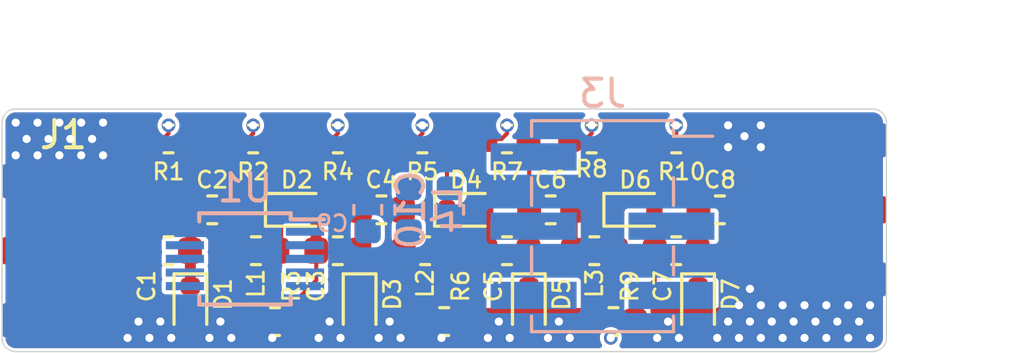
<source format=kicad_pcb>
(kicad_pcb (version 20171130) (host pcbnew 5.1.5-52549c5~84~ubuntu16.04.1)
  (title_block (title "Tunable Filter") (company "Luca Anastasio and Emanuele D'Amico"))
  (layers (0 F.Cu signal hide) (1 In1.Cu power hide) (2 In2.Cu power hide) (31 B.Cu signal) (34 B.Paste user) (35 F.Paste user) (36 B.SilkS user) (37 F.SilkS user) (38 B.Mask user) (39 F.Mask user) (44 Edge.Cuts user))
  (net 0 "")
  (net 1 GND)
  (net 2 VDDA)
  (net 3 VDD)
  (net 4 /RF/inv0/Vd)
  (net 5 /RF/RFin)
  (net 6 /RF/res0/In)
  (net 7 /RF/inv1/Vd)
  (net 8 /RF/inv1/In)
  (net 9 /RF/res1/In)
  (net 10 /RF/inv2/Vd)
  (net 11 /RF/inv2/In)
  (net 12 /RF/res2/In)
  (net 13 /RF/inv3/In)
  (net 14 /RF/inv3/Vd)
  (net 15 /RF/RFout)
  (net 16 /logic/RDY)
  (net 17 /logic/~LDAC)
  (net 18 /logic/SDA)
  (net 19 /logic/SCL)
  (net 20 /RF/V0)
  (net 21 /RF/V1)
  (net 22 /RF/V2)
  (net 23 /RF/V3)
  (net 24 /RF/res0/Vd+)
  (net 25 /RF/res1/Vd+)
  (net 26 /RF/res2/Vd+)
  (module Connector_PinHeader_2.54mm:PinHeader_2x03_P2.54mm_Vertical_SMD (layer B.Cu) (at 84.5 48.1 180)
    (fp_text reference J3 (at 0 4.87) (layer B.SilkS) (effects (justify mirror)))
    (fp_text value Conn_01x06_Male)
    (fp_line (start 2.6 -0.76) (end 2.6 -1.78) (layer B.SilkS) (width 0.12))
    (fp_line (start -2.6 -0.76) (end -2.6 -1.78) (layer B.SilkS) (width 0.12))
    (fp_line (start 2.6 1.78) (end 2.6 0.76) (layer B.SilkS) (width 0.12))
    (fp_line (start -2.6 1.78) (end -2.6 0.76) (layer B.SilkS) (width 0.12))
    (fp_line (start 2.6 -3.3) (end 2.6 -3.87) (layer B.SilkS) (width 0.12))
    (fp_line (start -2.6 -3.3) (end -2.6 -3.87) (layer B.SilkS) (width 0.12))
    (fp_line (start 2.6 3.87) (end 2.6 3.3) (layer B.SilkS) (width 0.12))
    (fp_line (start -2.6 3.87) (end -2.6 3.3) (layer B.SilkS) (width 0.12))
    (fp_line (start -4.04 3.3) (end -2.6 3.3) (layer B.SilkS) (width 0.12))
    (fp_line (start -2.6 -3.87) (end 2.6 -3.87) (layer B.SilkS) (width 0.12))
    (fp_line (start -2.6 3.87) (end 2.6 3.87) (layer B.SilkS) (width 0.12))
    (pad 6 smd rect (at 2.525 -2.54 180) (size 3.15 1) (layers B.Cu B.Paste B.Mask) (net 3 VDD))
    (pad 5 smd rect (at -2.525 -2.54 180) (size 3.15 1) (layers B.Cu B.Paste B.Mask) (net 19 /logic/SCL))
    (pad 4 smd rect (at 2.525 0 180) (size 3.15 1) (layers B.Cu B.Paste B.Mask) (net 18 /logic/SDA))
    (pad 3 smd rect (at -2.525 0 180) (size 3.15 1) (layers B.Cu B.Paste B.Mask) (net 17 /logic/~LDAC))
    (pad 2 smd rect (at 2.525 2.54 180) (size 3.15 1) (layers B.Cu B.Paste B.Mask) (net 16 /logic/RDY))
    (pad 1 smd rect (at -2.525 2.54 180) (size 3.15 1) (layers B.Cu B.Paste B.Mask) (net 1 GND))
  )
  (module Capacitor_SMD:C_0603_1608Metric (layer B.Cu) (at 78.9 47.5 270)
    (fp_text reference C10 (at 0 1.43 90) (layer B.SilkS) (effects (justify mirror)))
    (fp_text value 4.7u)
    (fp_line (start -0.162779 0.51) (end 0.162779 0.51) (layer B.SilkS) (width 0.12))
    (fp_line (start -0.162779 -0.51) (end 0.162779 -0.51) (layer B.SilkS) (width 0.12))
    (pad 1 smd roundrect (at -0.7875 0 270) (size 0.875 0.95) (layers B.Cu B.Paste B.Mask) (net 3 VDD))
    (pad 2 smd roundrect (at 0.7875 0 270) (size 0.875 0.95) (layers B.Cu B.Paste B.Mask) (net 1 GND))
  )
  (module Inductor_SMD:L_0603_1608Metric (layer B.Cu) (at 77.4 47.5 90)
    (fp_text reference L4 (at 0 1.43 90) (layer B.SilkS) (effects (justify mirror)))
    (fp_text value 180R)
    (fp_line (start -0.162779 0.51) (end 0.162779 0.51) (layer B.SilkS) (width 0.12))
    (fp_line (start -0.162779 -0.51) (end 0.162779 -0.51) (layer B.SilkS) (width 0.12))
    (pad 1 smd roundrect (at -0.7875 0 90) (size 0.875 0.95) (layers B.Cu B.Paste B.Mask) (net 2 VDDA))
    (pad 2 smd roundrect (at 0.7875 0 90) (size 0.875 0.95) (layers B.Cu B.Paste B.Mask) (net 3 VDD))
  )
  (module libs:SMA_generic_EdgeMount (layer F.Cu) (at 62.5 49)
    (fp_text reference J1 (at 2.25 -4.25) (layer F.SilkS))
    (fp_text value Conn_Coaxial)
    (pad 2 smd roundrect (at 2.125 -2.55) (size 4.25 1.25) (layers B.Cu B.Paste B.Mask) (roundrect_rratio 0.1) (net 1 GND))
    (pad 2 smd roundrect (at 2.125 2.55) (size 4.25 1.25) (layers F.Cu F.Paste F.Mask) (roundrect_rratio 0.1) (net 1 GND))
    (pad 2 smd roundrect (at 2.125 2.55) (size 4.25 1.25) (layers B.Cu B.Paste B.Mask) (roundrect_rratio 0.1) (net 1 GND))
    (pad 1 smd roundrect (at 2.125 0) (size 4.25 1) (layers F.Cu F.Paste F.Mask) (roundrect_rratio 0.1) (net 5 /RF/RFin))
    (pad 2 smd roundrect (at 2.125 -2.55) (size 4.25 1.25) (layers F.Cu F.Paste F.Mask) (roundrect_rratio 0.1) (net 1 GND))
    (pad 2 smd roundrect (at 2.125 2.55) (size 4.25 1.25) (layers B.Cu B.Paste B.Mask) (roundrect_rratio 0.1) (net 1 GND))
  )
  (module Resistor_SMD:R_0603_1608Metric (layer F.Cu) (at 87.2 44.9)
    (fp_text reference R10 (at 0.2 1.2) (layer F.SilkS) (effects (font (size 0.6 0.6) (thickness 0.1))))
    (fp_text value 100k)
    (fp_line (start -0.162779 -0.51) (end 0.162779 -0.51) (layer F.SilkS) (width 0.12))
    (fp_line (start -0.162779 0.51) (end 0.162779 0.51) (layer F.SilkS) (width 0.12))
    (pad 1 smd roundrect (at -0.7875 0) (size 0.875 0.95) (layers F.Cu F.Paste F.Mask) (net 20 /RF/V0))
    (pad 2 smd roundrect (at 0.7875 0) (size 0.875 0.95) (layers F.Cu F.Paste F.Mask) (net 14 /RF/inv3/Vd))
  )
  (module Resistor_SMD:R_0603_1608Metric (layer F.Cu) (at 84.9 51.6 180)
    (fp_text reference R9 (at -0.6 1.3 90) (layer F.SilkS) (effects (font (size 0.6 0.6) (thickness 0.1))))
    (fp_text value 100k)
    (fp_line (start -0.162779 -0.51) (end 0.162779 -0.51) (layer F.SilkS) (width 0.12))
    (fp_line (start -0.162779 0.51) (end 0.162779 0.51) (layer F.SilkS) (width 0.12))
    (pad 1 smd roundrect (at -0.7875 0 180) (size 0.875 0.95) (layers F.Cu F.Paste F.Mask) (net 13 /RF/inv3/In))
    (pad 2 smd roundrect (at 0.7875 0 180) (size 0.875 0.95) (layers F.Cu F.Paste F.Mask) (net 1 GND))
  )
  (module Resistor_SMD:R_0603_1608Metric (layer F.Cu) (at 84.1 44.9)
    (fp_text reference R8 (at 0 1.1) (layer F.SilkS) (effects (font (size 0.6 0.6) (thickness 0.1))))
    (fp_text value 100k)
    (fp_line (start -0.162779 -0.51) (end 0.162779 -0.51) (layer F.SilkS) (width 0.12))
    (fp_line (start -0.162779 0.51) (end 0.162779 0.51) (layer F.SilkS) (width 0.12))
    (pad 1 smd roundrect (at -0.7875 0) (size 0.875 0.95) (layers F.Cu F.Paste F.Mask) (net 21 /RF/V1))
    (pad 2 smd roundrect (at 0.7875 0) (size 0.875 0.95) (layers F.Cu F.Paste F.Mask) (net 26 /RF/res2/Vd+))
  )
  (module Resistor_SMD:R_0603_1608Metric (layer F.Cu) (at 81 44.9)
    (fp_text reference R7 (at 0 1.2) (layer F.SilkS) (effects (font (size 0.6 0.6) (thickness 0.1))))
    (fp_text value 100k)
    (fp_line (start -0.162779 -0.51) (end 0.162779 -0.51) (layer F.SilkS) (width 0.12))
    (fp_line (start -0.162779 0.51) (end 0.162779 0.51) (layer F.SilkS) (width 0.12))
    (pad 1 smd roundrect (at -0.7875 0) (size 0.875 0.95) (layers F.Cu F.Paste F.Mask) (net 22 /RF/V2))
    (pad 2 smd roundrect (at 0.7875 0) (size 0.875 0.95) (layers F.Cu F.Paste F.Mask) (net 10 /RF/inv2/Vd))
  )
  (module Resistor_SMD:R_0603_1608Metric (layer F.Cu) (at 78.7 51.6 180)
    (fp_text reference R6 (at -0.6 1.3 270) (layer F.SilkS) (effects (font (size 0.6 0.6) (thickness 0.1))))
    (fp_text value 100k)
    (fp_line (start -0.162779 0.51) (end 0.162779 0.51) (layer F.SilkS) (width 0.12))
    (fp_line (start -0.162779 -0.51) (end 0.162779 -0.51) (layer F.SilkS) (width 0.12))
    (pad 2 smd roundrect (at 0.7875 0 180) (size 0.875 0.95) (layers F.Cu F.Paste F.Mask) (net 1 GND))
    (pad 1 smd roundrect (at -0.7875 0 180) (size 0.875 0.95) (layers F.Cu F.Paste F.Mask) (net 11 /RF/inv2/In))
  )
  (module Resistor_SMD:R_0603_1608Metric (layer F.Cu) (at 77.9 44.9)
    (fp_text reference R5 (at 0 1.2) (layer F.SilkS) (effects (font (size 0.6 0.6) (thickness 0.1))))
    (fp_text value 100k)
    (fp_line (start -0.162779 0.51) (end 0.162779 0.51) (layer F.SilkS) (width 0.12))
    (fp_line (start -0.162779 -0.51) (end 0.162779 -0.51) (layer F.SilkS) (width 0.12))
    (pad 2 smd roundrect (at 0.7875 0) (size 0.875 0.95) (layers F.Cu F.Paste F.Mask) (net 25 /RF/res1/Vd+))
    (pad 1 smd roundrect (at -0.7875 0) (size 0.875 0.95) (layers F.Cu F.Paste F.Mask) (net 23 /RF/V3))
  )
  (module Resistor_SMD:R_0603_1608Metric (layer F.Cu) (at 74.8 44.9)
    (fp_text reference R4 (at 0 1.2) (layer F.SilkS) (effects (font (size 0.6 0.6) (thickness 0.1))))
    (fp_text value 100k)
    (fp_line (start -0.162779 0.51) (end 0.162779 0.51) (layer F.SilkS) (width 0.12))
    (fp_line (start -0.162779 -0.51) (end 0.162779 -0.51) (layer F.SilkS) (width 0.12))
    (pad 2 smd roundrect (at 0.7875 0) (size 0.875 0.95) (layers F.Cu F.Paste F.Mask) (net 7 /RF/inv1/Vd))
    (pad 1 smd roundrect (at -0.7875 0) (size 0.875 0.95) (layers F.Cu F.Paste F.Mask) (net 22 /RF/V2))
  )
  (module Resistor_SMD:R_0603_1608Metric (layer F.Cu) (at 72.5 51.6 180)
    (fp_text reference R3 (at -0.6 1.3 270) (layer F.SilkS) (effects (font (size 0.6 0.6) (thickness 0.1))))
    (fp_text value 100k)
    (fp_line (start -0.162779 0.51) (end 0.162779 0.51) (layer F.SilkS) (width 0.12))
    (fp_line (start -0.162779 -0.51) (end 0.162779 -0.51) (layer F.SilkS) (width 0.12))
    (pad 2 smd roundrect (at 0.7875 0 180) (size 0.875 0.95) (layers F.Cu F.Paste F.Mask) (net 1 GND))
    (pad 1 smd roundrect (at -0.7875 0 180) (size 0.875 0.95) (layers F.Cu F.Paste F.Mask) (net 8 /RF/inv1/In))
  )
  (module Resistor_SMD:R_0603_1608Metric (layer F.Cu) (at 71.7 44.9)
    (fp_text reference R2 (at 0 1.2) (layer F.SilkS) (effects (font (size 0.6 0.6) (thickness 0.1))))
    (fp_text value 100k)
    (fp_line (start -0.162779 0.51) (end 0.162779 0.51) (layer F.SilkS) (width 0.12))
    (fp_line (start -0.162779 -0.51) (end 0.162779 -0.51) (layer F.SilkS) (width 0.12))
    (pad 2 smd roundrect (at 0.7875 0) (size 0.875 0.95) (layers F.Cu F.Paste F.Mask) (net 24 /RF/res0/Vd+))
    (pad 1 smd roundrect (at -0.7875 0) (size 0.875 0.95) (layers F.Cu F.Paste F.Mask) (net 21 /RF/V1))
  )
  (module Resistor_SMD:R_0603_1608Metric (layer F.Cu) (at 68.6 44.9)
    (fp_text reference R1 (at 0 1.2) (layer F.SilkS) (effects (font (size 0.6 0.6) (thickness 0.1))))
    (fp_text value 100k)
    (fp_line (start -0.162779 0.51) (end 0.162779 0.51) (layer F.SilkS) (width 0.12))
    (fp_line (start -0.162779 -0.51) (end 0.162779 -0.51) (layer F.SilkS) (width 0.12))
    (pad 2 smd roundrect (at 0.7875 0) (size 0.875 0.95) (layers F.Cu F.Paste F.Mask) (net 4 /RF/inv0/Vd))
    (pad 1 smd roundrect (at -0.7875 0) (size 0.875 0.95) (layers F.Cu F.Paste F.Mask) (net 20 /RF/V0))
  )
  (module libs:Coilcraft_0603CS (layer F.Cu) (at 84.2 49)
    (fp_text reference L3 (at 0 1.2 90) (layer F.SilkS) (effects (font (size 0.6 0.6) (thickness 0.1))))
    (fp_text value L0)
    (fp_line (start -0.162779 0.51) (end 0.162779 0.51) (layer F.SilkS) (width 0.12))
    (fp_line (start -0.162779 -0.51) (end 0.162779 -0.51) (layer F.SilkS) (width 0.12))
    (pad 2 smd roundrect (at 0.7875 0) (size 0.875 0.95) (layers F.Cu F.Paste F.Mask) (net 26 /RF/res2/Vd+))
    (pad 1 smd roundrect (at -0.7875 0) (size 0.875 0.95) (layers F.Cu F.Paste F.Mask) (net 12 /RF/res2/In))
  )
  (module libs:Coilcraft_0603CS (layer F.Cu) (at 78 49)
    (fp_text reference L2 (at 0 1.2 270) (layer F.SilkS) (effects (font (size 0.6 0.6) (thickness 0.1))))
    (fp_text value L0)
    (fp_line (start -0.162779 -0.51) (end 0.162779 -0.51) (layer F.SilkS) (width 0.12))
    (fp_line (start -0.162779 0.51) (end 0.162779 0.51) (layer F.SilkS) (width 0.12))
    (pad 1 smd roundrect (at -0.7875 0) (size 0.875 0.95) (layers F.Cu F.Paste F.Mask) (net 9 /RF/res1/In))
    (pad 2 smd roundrect (at 0.7875 0) (size 0.875 0.95) (layers F.Cu F.Paste F.Mask) (net 25 /RF/res1/Vd+))
  )
  (module libs:Coilcraft_0603CS (layer F.Cu) (at 71.8 49)
    (fp_text reference L1 (at 0 1.2 270) (layer F.SilkS) (effects (font (size 0.6 0.6) (thickness 0.1))))
    (fp_text value L0)
    (fp_line (start -0.162779 -0.51) (end 0.162779 -0.51) (layer F.SilkS) (width 0.12))
    (fp_line (start -0.162779 0.51) (end 0.162779 0.51) (layer F.SilkS) (width 0.12))
    (pad 1 smd roundrect (at -0.7875 0) (size 0.875 0.95) (layers F.Cu F.Paste F.Mask) (net 6 /RF/res0/In))
    (pad 2 smd roundrect (at 0.7875 0) (size 0.875 0.95) (layers F.Cu F.Paste F.Mask) (net 24 /RF/res0/Vd+))
  )
  (module libs:SMA_generic_EdgeMount (layer F.Cu) (at 94.9 47.5 180)
    (fp_text reference J2 hide)
    (fp_text value Conn_Coaxial)
    (pad 2 smd roundrect (at 2.125 2.55 180) (size 4.25 1.25) (layers B.Cu B.Paste B.Mask) (roundrect_rratio 0.1) (net 1 GND))
    (pad 2 smd roundrect (at 2.125 -2.55 180) (size 4.25 1.25) (layers F.Cu F.Paste F.Mask) (roundrect_rratio 0.1) (net 1 GND))
    (pad 1 smd roundrect (at 2.125 0 180) (size 4.25 1) (layers F.Cu F.Paste F.Mask) (roundrect_rratio 0.1) (net 15 /RF/RFout))
    (pad 2 smd roundrect (at 2.125 2.55 180) (size 4.25 1.25) (layers B.Cu B.Paste B.Mask) (roundrect_rratio 0.1) (net 1 GND))
    (pad 2 smd roundrect (at 2.125 2.55 180) (size 4.25 1.25) (layers F.Cu F.Paste F.Mask) (roundrect_rratio 0.1) (net 1 GND))
    (pad 2 smd roundrect (at 2.125 -2.55 180) (size 4.25 1.25) (layers B.Cu B.Paste B.Mask) (roundrect_rratio 0.1) (net 1 GND))
  )
  (module libs:D_SOD-523 (layer F.Cu) (at 88 51 270)
    (fp_text reference D7 (at -0.4 -1.2 90) (layer F.SilkS) (effects (font (size 0.6 0.6) (thickness 0.1))))
    (fp_text value BB202)
    (fp_line (start -1.15 -0.6) (end -1.15 0.6) (layer F.SilkS) (width 0.12))
    (fp_line (start 0.7 -0.6) (end -1.15 -0.6) (layer F.SilkS) (width 0.12))
    (fp_line (start 0.7 0.6) (end -1.15 0.6) (layer F.SilkS) (width 0.12))
    (pad 2 smd roundrect (at 0.7 0 90) (size 0.6 0.7) (layers F.Cu F.Paste F.Mask) (net 1 GND))
    (pad 1 smd roundrect (at -0.7 0 90) (size 0.6 0.7) (layers F.Cu F.Paste F.Mask) (net 14 /RF/inv3/Vd))
  )
  (module libs:D_SOD-523 (layer F.Cu) (at 85.7 47.5)
    (fp_text reference D6 (at 0 -1.1) (layer F.SilkS) (effects (font (size 0.6 0.6) (thickness 0.1))))
    (fp_text value BB202)
    (fp_line (start -1.15 -0.6) (end -1.15 0.6) (layer F.SilkS) (width 0.12))
    (fp_line (start 0.7 -0.6) (end -1.15 -0.6) (layer F.SilkS) (width 0.12))
    (fp_line (start 0.7 0.6) (end -1.15 0.6) (layer F.SilkS) (width 0.12))
    (pad 2 smd roundrect (at 0.7 0 180) (size 0.6 0.7) (layers F.Cu F.Paste F.Mask) (net 13 /RF/inv3/In))
    (pad 1 smd roundrect (at -0.7 0 180) (size 0.6 0.7) (layers F.Cu F.Paste F.Mask) (net 26 /RF/res2/Vd+))
  )
  (module libs:D_SOD-523 (layer F.Cu) (at 81.8 51 270)
    (fp_text reference D5 (at -0.4 -1.2 90) (layer F.SilkS) (effects (font (size 0.6 0.6) (thickness 0.1))))
    (fp_text value BB202)
    (fp_line (start -1.15 -0.6) (end -1.15 0.6) (layer F.SilkS) (width 0.12))
    (fp_line (start 0.7 -0.6) (end -1.15 -0.6) (layer F.SilkS) (width 0.12))
    (fp_line (start 0.7 0.6) (end -1.15 0.6) (layer F.SilkS) (width 0.12))
    (pad 2 smd roundrect (at 0.7 0 90) (size 0.6 0.7) (layers F.Cu F.Paste F.Mask) (net 1 GND))
    (pad 1 smd roundrect (at -0.7 0 90) (size 0.6 0.7) (layers F.Cu F.Paste F.Mask) (net 10 /RF/inv2/Vd))
  )
  (module libs:D_SOD-523 (layer F.Cu) (at 79.5 47.5)
    (fp_text reference D4 (at 0 -1.1) (layer F.SilkS) (effects (font (size 0.6 0.6) (thickness 0.1))))
    (fp_text value BB202)
    (fp_line (start -1.15 -0.6) (end -1.15 0.6) (layer F.SilkS) (width 0.12))
    (fp_line (start 0.7 -0.6) (end -1.15 -0.6) (layer F.SilkS) (width 0.12))
    (fp_line (start 0.7 0.6) (end -1.15 0.6) (layer F.SilkS) (width 0.12))
    (pad 2 smd roundrect (at 0.7 0 180) (size 0.6 0.7) (layers F.Cu F.Paste F.Mask) (net 11 /RF/inv2/In))
    (pad 1 smd roundrect (at -0.7 0 180) (size 0.6 0.7) (layers F.Cu F.Paste F.Mask) (net 25 /RF/res1/Vd+))
  )
  (module libs:D_SOD-523 (layer F.Cu) (at 75.6 51 270)
    (fp_text reference D3 (at -0.4 -1.2 90) (layer F.SilkS) (effects (font (size 0.6 0.6) (thickness 0.1))))
    (fp_text value BB202)
    (fp_line (start 0.7 0.6) (end -1.15 0.6) (layer F.SilkS) (width 0.12))
    (fp_line (start 0.7 -0.6) (end -1.15 -0.6) (layer F.SilkS) (width 0.12))
    (fp_line (start -1.15 -0.6) (end -1.15 0.6) (layer F.SilkS) (width 0.12))
    (pad 1 smd roundrect (at -0.7 0 90) (size 0.6 0.7) (layers F.Cu F.Paste F.Mask) (net 7 /RF/inv1/Vd))
    (pad 2 smd roundrect (at 0.7 0 90) (size 0.6 0.7) (layers F.Cu F.Paste F.Mask) (net 1 GND))
  )
  (module libs:D_SOD-523 (layer F.Cu) (at 73.3 47.5)
    (fp_text reference D2 (at 0 -1.1) (layer F.SilkS) (effects (font (size 0.6 0.6) (thickness 0.1))))
    (fp_text value BB202)
    (fp_line (start -1.15 -0.6) (end -1.15 0.6) (layer F.SilkS) (width 0.12))
    (fp_line (start 0.7 -0.6) (end -1.15 -0.6) (layer F.SilkS) (width 0.12))
    (fp_line (start 0.7 0.6) (end -1.15 0.6) (layer F.SilkS) (width 0.12))
    (pad 2 smd roundrect (at 0.7 0 180) (size 0.6 0.7) (layers F.Cu F.Paste F.Mask) (net 8 /RF/inv1/In))
    (pad 1 smd roundrect (at -0.7 0 180) (size 0.6 0.7) (layers F.Cu F.Paste F.Mask) (net 24 /RF/res0/Vd+))
  )
  (module libs:D_SOD-523 (layer F.Cu) (at 69.4 51 270)
    (fp_text reference D1 (at -0.4 -1.2 90) (layer F.SilkS) (effects (font (size 0.6 0.6) (thickness 0.1))))
    (fp_text value BB202)
    (fp_line (start 0.7 0.6) (end -1.15 0.6) (layer F.SilkS) (width 0.12))
    (fp_line (start 0.7 -0.6) (end -1.15 -0.6) (layer F.SilkS) (width 0.12))
    (fp_line (start -1.15 -0.6) (end -1.15 0.6) (layer F.SilkS) (width 0.12))
    (pad 1 smd roundrect (at -0.7 0 90) (size 0.6 0.7) (layers F.Cu F.Paste F.Mask) (net 4 /RF/inv0/Vd))
    (pad 2 smd roundrect (at 0.7 0 90) (size 0.6 0.7) (layers F.Cu F.Paste F.Mask) (net 1 GND))
  )
  (module Capacitor_SMD:C_0603_1608Metric (layer B.Cu) (at 75.9 47.5 90)
    (fp_text reference C9 (at -0.5 -1.3 180) (layer B.SilkS) (effects (font (size 0.6 0.6) (thickness 0.1)) (justify mirror)))
    (fp_text value 100n)
    (fp_line (start -0.162779 -0.51) (end 0.162779 -0.51) (layer B.SilkS) (width 0.12))
    (fp_line (start -0.162779 0.51) (end 0.162779 0.51) (layer B.SilkS) (width 0.12))
    (pad 2 smd roundrect (at 0.7875 0 90) (size 0.875 0.95) (layers B.Cu B.Paste B.Mask) (net 1 GND))
    (pad 1 smd roundrect (at -0.7875 0 90) (size 0.875 0.95) (layers B.Cu B.Paste B.Mask) (net 2 VDDA))
  )
  (module Capacitor_SMD:C_0603_1608Metric (layer F.Cu) (at 88.8 47.5)
    (fp_text reference C8 (at 0 -1.1) (layer F.SilkS) (effects (font (size 0.6 0.6) (thickness 0.1))))
    (fp_text value 100n)
    (fp_line (start -0.162779 -0.51) (end 0.162779 -0.51) (layer F.SilkS) (width 0.12))
    (fp_line (start -0.162779 0.51) (end 0.162779 0.51) (layer F.SilkS) (width 0.12))
    (pad 1 smd roundrect (at -0.7875 0) (size 0.875 0.95) (layers F.Cu F.Paste F.Mask) (net 14 /RF/inv3/Vd))
    (pad 2 smd roundrect (at 0.7875 0) (size 0.875 0.95) (layers F.Cu F.Paste F.Mask) (net 15 /RF/RFout))
  )
  (module Capacitor_SMD:C_0603_1608Metric (layer F.Cu) (at 87.2 49)
    (fp_text reference C7 (at -0.5 1.3 90) (layer F.SilkS) (effects (font (size 0.6 0.6) (thickness 0.1))))
    (fp_text value 100n)
    (fp_line (start -0.162779 -0.51) (end 0.162779 -0.51) (layer F.SilkS) (width 0.12))
    (fp_line (start -0.162779 0.51) (end 0.162779 0.51) (layer F.SilkS) (width 0.12))
    (pad 1 smd roundrect (at -0.7875 0) (size 0.875 0.95) (layers F.Cu F.Paste F.Mask) (net 13 /RF/inv3/In))
    (pad 2 smd roundrect (at 0.7875 0) (size 0.875 0.95) (layers F.Cu F.Paste F.Mask) (net 14 /RF/inv3/Vd))
  )
  (module Capacitor_SMD:C_0603_1608Metric (layer F.Cu) (at 82.6 47.5)
    (fp_text reference C6 (at 0 -1.1) (layer F.SilkS) (effects (font (size 0.6 0.6) (thickness 0.1))))
    (fp_text value 100n)
    (fp_line (start -0.162779 0.51) (end 0.162779 0.51) (layer F.SilkS) (width 0.12))
    (fp_line (start -0.162779 -0.51) (end 0.162779 -0.51) (layer F.SilkS) (width 0.12))
    (pad 2 smd roundrect (at 0.7875 0) (size 0.875 0.95) (layers F.Cu F.Paste F.Mask) (net 12 /RF/res2/In))
    (pad 1 smd roundrect (at -0.7875 0) (size 0.875 0.95) (layers F.Cu F.Paste F.Mask) (net 10 /RF/inv2/Vd))
  )
  (module Capacitor_SMD:C_0603_1608Metric (layer F.Cu) (at 81 49)
    (fp_text reference C5 (at -0.5 1.3 270) (layer F.SilkS) (effects (font (size 0.6 0.6) (thickness 0.1))))
    (fp_text value 100n)
    (fp_line (start -0.162779 0.51) (end 0.162779 0.51) (layer F.SilkS) (width 0.12))
    (fp_line (start -0.162779 -0.51) (end 0.162779 -0.51) (layer F.SilkS) (width 0.12))
    (pad 2 smd roundrect (at 0.7875 0) (size 0.875 0.95) (layers F.Cu F.Paste F.Mask) (net 10 /RF/inv2/Vd))
    (pad 1 smd roundrect (at -0.7875 0) (size 0.875 0.95) (layers F.Cu F.Paste F.Mask) (net 11 /RF/inv2/In))
  )
  (module Capacitor_SMD:C_0603_1608Metric (layer F.Cu) (at 76.4 47.5)
    (fp_text reference C4 (at 0 -1.1) (layer F.SilkS) (effects (font (size 0.6 0.6) (thickness 0.1))))
    (fp_text value 100n)
    (fp_line (start -0.162779 0.51) (end 0.162779 0.51) (layer F.SilkS) (width 0.12))
    (fp_line (start -0.162779 -0.51) (end 0.162779 -0.51) (layer F.SilkS) (width 0.12))
    (pad 2 smd roundrect (at 0.7875 0) (size 0.875 0.95) (layers F.Cu F.Paste F.Mask) (net 9 /RF/res1/In))
    (pad 1 smd roundrect (at -0.7875 0) (size 0.875 0.95) (layers F.Cu F.Paste F.Mask) (net 7 /RF/inv1/Vd))
  )
  (module Capacitor_SMD:C_0603_1608Metric (layer F.Cu) (at 74.8 49)
    (fp_text reference C3 (at -0.8 1.3 90) (layer F.SilkS) (effects (font (size 0.6 0.6) (thickness 0.1))))
    (fp_text value 100n)
    (fp_line (start -0.162779 0.51) (end 0.162779 0.51) (layer F.SilkS) (width 0.12))
    (fp_line (start -0.162779 -0.51) (end 0.162779 -0.51) (layer F.SilkS) (width 0.12))
    (pad 2 smd roundrect (at 0.7875 0) (size 0.875 0.95) (layers F.Cu F.Paste F.Mask) (net 7 /RF/inv1/Vd))
    (pad 1 smd roundrect (at -0.7875 0) (size 0.875 0.95) (layers F.Cu F.Paste F.Mask) (net 8 /RF/inv1/In))
  )
  (module Package_SO:MSOP-10_3x3mm_P0.5mm (layer B.Cu) (at 71.4 49.3 180)
    (fp_text reference U1 (at 0 2.6) (layer B.SilkS) (effects (justify mirror)))
    (fp_text value MCP4728)
    (fp_line (start -1.675 1.45) (end -2.9 1.45) (layer B.SilkS) (width 0.15))
    (fp_line (start -1.675 -1.675) (end 1.675 -1.675) (layer B.SilkS) (width 0.15))
    (fp_line (start -1.675 1.675) (end 1.675 1.675) (layer B.SilkS) (width 0.15))
    (fp_line (start -1.675 -1.675) (end -1.675 -1.375) (layer B.SilkS) (width 0.15))
    (fp_line (start 1.675 -1.675) (end 1.675 -1.375) (layer B.SilkS) (width 0.15))
    (fp_line (start 1.675 1.675) (end 1.675 1.375) (layer B.SilkS) (width 0.15))
    (fp_line (start -1.675 1.675) (end -1.675 1.45) (layer B.SilkS) (width 0.15))
    (pad 10 smd rect (at 2.2 1 180) (size 1.4 0.3) (layers B.Cu B.Paste B.Mask) (net 1 GND))
    (pad 9 smd rect (at 2.2 0.5 180) (size 1.4 0.3) (layers B.Cu B.Paste B.Mask) (net 23 /RF/V3))
    (pad 8 smd rect (at 2.2 0 180) (size 1.4 0.3) (layers B.Cu B.Paste B.Mask) (net 22 /RF/V2))
    (pad 7 smd rect (at 2.2 -0.5 180) (size 1.4 0.3) (layers B.Cu B.Paste B.Mask) (net 21 /RF/V1))
    (pad 6 smd rect (at 2.2 -1 180) (size 1.4 0.3) (layers B.Cu B.Paste B.Mask) (net 20 /RF/V0))
    (pad 5 smd rect (at -2.2 -1 180) (size 1.4 0.3) (layers B.Cu B.Paste B.Mask) (net 16 /logic/RDY))
    (pad 4 smd rect (at -2.2 -0.5 180) (size 1.4 0.3) (layers B.Cu B.Paste B.Mask) (net 17 /logic/~LDAC))
    (pad 3 smd rect (at -2.2 0 180) (size 1.4 0.3) (layers B.Cu B.Paste B.Mask) (net 18 /logic/SDA))
    (pad 2 smd rect (at -2.2 0.5 180) (size 1.4 0.3) (layers B.Cu B.Paste B.Mask) (net 19 /logic/SCL))
    (pad 1 smd rect (at -2.2 1 180) (size 1.4 0.3) (layers B.Cu B.Paste B.Mask) (net 2 VDDA))
  )
  (module Capacitor_SMD:C_0603_1608Metric (layer F.Cu) (at 68.6 49)
    (fp_text reference C1 (at -0.8 1.3 90) (layer F.SilkS) (effects (font (size 0.6 0.6) (thickness 0.1))))
    (fp_text value 100n)
    (fp_line (start -0.162779 0.51) (end 0.162779 0.51) (layer F.SilkS) (width 0.12))
    (fp_line (start -0.162779 -0.51) (end 0.162779 -0.51) (layer F.SilkS) (width 0.12))
    (pad 2 smd roundrect (at 0.7875 0) (size 0.875 0.95) (layers F.Cu F.Paste F.Mask) (net 4 /RF/inv0/Vd))
    (pad 1 smd roundrect (at -0.7875 0) (size 0.875 0.95) (layers F.Cu F.Paste F.Mask) (net 5 /RF/RFin))
  )
  (module Capacitor_SMD:C_0603_1608Metric (layer F.Cu) (at 70.2 47.5)
    (fp_text reference C2 (at 0 -1.1) (layer F.SilkS) (effects (font (size 0.6 0.6) (thickness 0.1))))
    (fp_text value 100n)
    (fp_line (start -0.162779 0.51) (end 0.162779 0.51) (layer F.SilkS) (width 0.12))
    (fp_line (start -0.162779 -0.51) (end 0.162779 -0.51) (layer F.SilkS) (width 0.12))
    (pad 2 smd roundrect (at 0.7875 0) (size 0.875 0.95) (layers F.Cu F.Paste F.Mask) (net 6 /RF/res0/In))
    (pad 1 smd roundrect (at -0.7875 0) (size 0.875 0.95) (layers F.Cu F.Paste F.Mask) (net 4 /RF/inv0/Vd))
  )
  (gr_line (start 63 43.8) (end 94.4 43.8) (layer Edge.Cuts) (width 0.05))
  (gr_line (start 94.4 52.7) (end 63 52.7) (layer Edge.Cuts) (width 0.05))
  (gr_line (start 94.9 52.2) (end 94.9 44.3) (layer Edge.Cuts) (width 0.05))
  (gr_line (start 62.5 52.2) (end 62.5 44.3) (layer Edge.Cuts) (width 0.05))
  (gr_arc (start 94.4 44.3) (end 94.9 44.3) (angle -90) (layer Edge.Cuts) (width 0.05))
  (gr_arc (start 94.4 52.2) (end 94.4 52.7) (angle -90) (layer Edge.Cuts) (width 0.05))
  (gr_arc (start 63 52.2) (end 62.5 52.2) (angle -90) (layer Edge.Cuts) (width 0.05))
  (gr_arc (start 63 44.3) (end 63 43.8) (angle -90) (layer Edge.Cuts) (width 0.05))
  (via (at 72.4 52.2) (size 0.5) (drill 0.3) (layers F.Cu B.Cu) (net 1))
  (via (at 68.7 52.2) (size 0.5) (drill 0.3) (layers F.Cu B.Cu) (net 1))
  (via (at 70.1 52.2) (size 0.5) (drill 0.3) (layers F.Cu B.Cu) (net 1))
  (via (at 67.9 52.2) (size 0.5) (drill 0.3) (layers F.Cu B.Cu) (net 1))
  (via (at 67.1 52.2) (size 0.5) (drill 0.3) (layers F.Cu B.Cu) (net 1))
  (via (at 67.5 51.6) (size 0.5) (drill 0.3) (layers F.Cu B.Cu) (net 1))
  (via (at 68.3 51.6) (size 0.5) (drill 0.3) (layers F.Cu B.Cu) (net 1))
  (via (at 70.5 51.6) (size 0.5) (drill 0.3) (layers F.Cu B.Cu) (net 1))
  (via (at 70.9 52.2) (size 0.5) (drill 0.3) (layers F.Cu B.Cu) (net 1))
  (via (at 74.9 52.2) (size 0.5) (drill 0.3) (layers F.Cu B.Cu) (net 1))
  (via (at 76.3 52.2) (size 0.5) (drill 0.3) (layers F.Cu B.Cu) (net 1))
  (via (at 81.1 52.2) (size 0.5) (drill 0.3) (layers F.Cu B.Cu) (net 1))
  (via (at 82.5 52.2) (size 0.5) (drill 0.3) (layers F.Cu B.Cu) (net 1))
  (via (at 87.3 52.2) (size 0.5) (drill 0.3) (layers F.Cu B.Cu) (net 1))
  (via (at 88.7 52.2) (size 0.5) (drill 0.3) (layers F.Cu B.Cu) (net 1))
  (via (at 77.1 52.2) (size 0.5) (drill 0.3) (layers F.Cu B.Cu) (net 1))
  (via (at 83.3 52.2) (size 0.5) (drill 0.3) (layers F.Cu B.Cu) (net 1))
  (via (at 82.9 51.6) (size 0.5) (drill 0.3) (layers F.Cu B.Cu) (net 1))
  (via (at 76.7 51.6) (size 0.5) (drill 0.3) (layers F.Cu B.Cu) (net 1))
  (via (at 89.5 52.2) (size 0.5) (drill 0.3) (layers F.Cu B.Cu) (net 1))
  (via (at 90.3 52.2) (size 0.5) (drill 0.3) (layers F.Cu B.Cu) (net 1))
  (via (at 91.1 52.2) (size 0.5) (drill 0.3) (layers F.Cu B.Cu) (net 1))
  (via (at 91.9 52.2) (size 0.5) (drill 0.3) (layers F.Cu B.Cu) (net 1))
  (via (at 92.7 52.2) (size 0.5) (drill 0.3) (layers F.Cu B.Cu) (net 1))
  (via (at 93.5 52.2) (size 0.5) (drill 0.3) (layers F.Cu B.Cu) (net 1))
  (via (at 94.3 52.2) (size 0.5) (drill 0.3) (layers F.Cu B.Cu) (net 1))
  (via (at 89.1 51.6) (size 0.5) (drill 0.3) (layers F.Cu B.Cu) (net 1))
  (via (at 89.9 51.6) (size 0.5) (drill 0.3) (layers F.Cu B.Cu) (net 1))
  (via (at 90.7 51.6) (size 0.5) (drill 0.3) (layers F.Cu B.Cu) (net 1))
  (via (at 91.5 51.6) (size 0.5) (drill 0.3) (layers F.Cu B.Cu) (net 1))
  (via (at 92.3 51.6) (size 0.5) (drill 0.3) (layers F.Cu B.Cu) (net 1))
  (via (at 93.1 51.6) (size 0.5) (drill 0.3) (layers F.Cu B.Cu) (net 1))
  (via (at 93.5 51) (size 0.5) (drill 0.3) (layers F.Cu B.Cu) (net 1))
  (via (at 92.7 51) (size 0.5) (drill 0.3) (layers F.Cu B.Cu) (net 1))
  (via (at 91.9 51) (size 0.5) (drill 0.3) (layers F.Cu B.Cu) (net 1))
  (via (at 91.1 51) (size 0.5) (drill 0.3) (layers F.Cu B.Cu) (net 1))
  (via (at 90.3 51) (size 0.5) (drill 0.3) (layers F.Cu B.Cu) (net 1))
  (via (at 63 44.3) (size 0.5) (drill 0.3) (layers F.Cu B.Cu) (net 1))
  (via (at 63.8 44.3) (size 0.5) (drill 0.3) (layers F.Cu B.Cu) (net 1))
  (via (at 64.6 44.3) (size 0.5) (drill 0.3) (layers F.Cu B.Cu) (net 1))
  (via (at 65.4 44.3) (size 0.5) (drill 0.3) (layers F.Cu B.Cu) (net 1))
  (via (at 66.2 44.3) (size 0.5) (drill 0.3) (layers F.Cu B.Cu) (net 1))
  (via (at 63.4 44.9) (size 0.5) (drill 0.3) (layers F.Cu B.Cu) (net 1))
  (via (at 64.2 44.9) (size 0.5) (drill 0.3) (layers F.Cu B.Cu) (net 1))
  (via (at 65 44.9) (size 0.5) (drill 0.3) (layers F.Cu B.Cu) (net 1))
  (via (at 65.8 44.9) (size 0.5) (drill 0.3) (layers F.Cu B.Cu) (net 1))
  (via (at 63.8 45.5) (size 0.5) (drill 0.3) (layers F.Cu B.Cu) (net 1))
  (via (at 63 45.5) (size 0.5) (drill 0.3) (layers F.Cu B.Cu) (net 1))
  (via (at 64.6 45.5) (size 0.5) (drill 0.3) (layers F.Cu B.Cu) (net 1))
  (via (at 65.4 45.5) (size 0.5) (drill 0.3) (layers F.Cu B.Cu) (net 1))
  (via (at 66.2 45.5) (size 0.5) (drill 0.3) (layers F.Cu B.Cu) (net 1))
  (via (at 90.3 45.2) (size 0.5) (drill 0.3) (layers F.Cu B.Cu) (net 1))
  (via (at 90.3 44.4) (size 0.5) (drill 0.3) (layers F.Cu B.Cu) (net 1))
  (via (at 89.7 44.8) (size 0.5) (drill 0.3) (layers F.Cu B.Cu) (net 1))
  (via (at 89.1 45.2) (size 0.5) (drill 0.3) (layers F.Cu B.Cu) (net 1))
  (via (at 89.1 44.4) (size 0.5) (drill 0.3) (layers F.Cu B.Cu) (net 1))
  (via (at 89.5 51) (size 0.5) (drill 0.3) (layers F.Cu B.Cu) (net 1))
  (via (at 89.9 50.4) (size 0.5) (drill 0.3) (layers F.Cu B.Cu) (net 1))
  (via (at 74.1 52.2) (size 0.5) (drill 0.3) (layers F.Cu B.Cu) (net 1))
  (via (at 74.5 51.6) (size 0.5) (drill 0.3) (layers F.Cu B.Cu) (net 1))
  (via (at 80.7 51.6) (size 0.5) (drill 0.3) (layers F.Cu B.Cu) (net 1))
  (via (at 86.5 52.2) (size 0.5) (drill 0.3) (layers F.Cu B.Cu) (net 1))
  (via (at 86.9 51.6) (size 0.5) (drill 0.3) (layers F.Cu B.Cu) (net 1))
  (via (at 80.3 52.2) (size 0.5) (drill 0.3) (layers F.Cu B.Cu) (net 1))
  (via (at 84.8 52.2) (size 0.5) (drill 0.3) (layers F.Cu B.Cu) (net 17))
  (via (at 78.6 52.2) (size 0.5) (drill 0.3) (layers F.Cu B.Cu) (net 1))
  (via (at 93.9 51.6) (size 0.5) (drill 0.3) (layers F.Cu B.Cu) (net 1))
  (via (at 94.3 51) (size 0.5) (drill 0.3) (layers F.Cu B.Cu) (net 1))
  (segment (start 70.9875 48.975) (end 71.0125 49) (width 0.4) (layer F.Cu) (net 6))
  (segment (start 70.9875 47.5) (end 70.9875 48.975) (width 0.4) (layer F.Cu) (net 6))
  (segment (start 77.1875 48.975) (end 77.2125 49) (width 0.4) (layer F.Cu) (net 9))
  (segment (start 77.1875 47.5) (end 77.1875 48.975) (width 0.4) (layer F.Cu) (net 9))
  (segment (start 69.4 49.0125) (end 69.3875 49) (width 0.4) (layer F.Cu) (net 4))
  (segment (start 69.4 50.3) (end 69.4 49.0125) (width 0.4) (layer F.Cu) (net 4))
  (segment (start 69.4125 48.975) (end 69.3875 49) (width 0.4) (layer F.Cu) (net 4))
  (segment (start 69.4125 47.5) (end 69.4125 48.975) (width 0.4) (layer F.Cu) (net 4))
  (segment (start 69.4125 44.925) (end 69.3875 44.9) (width 0.15) (layer F.Cu) (net 4))
  (segment (start 69.4125 47.5) (end 69.4125 44.925) (width 0.15) (layer F.Cu) (net 4))
  (segment (start 64.625 49) (end 67.8125 49) (width 0.4) (layer F.Cu) (net 5))
  (segment (start 75.6 49.0125) (end 75.5875 49) (width 0.4) (layer F.Cu) (net 7))
  (segment (start 75.6 50.3) (end 75.6 49.0125) (width 0.4) (layer F.Cu) (net 7))
  (segment (start 75.6125 48.975) (end 75.5875 49) (width 0.4) (layer F.Cu) (net 7))
  (segment (start 75.6125 47.5) (end 75.6125 48.975) (width 0.4) (layer F.Cu) (net 7))
  (segment (start 75.6125 44.925) (end 75.5875 44.9) (width 0.15) (layer F.Cu) (net 7))
  (segment (start 75.6125 47.5) (end 75.6125 44.925) (width 0.15) (layer F.Cu) (net 7))
  (segment (start 74 48.9875) (end 74.0125 49) (width 0.4) (layer F.Cu) (net 8))
  (segment (start 74 47.5) (end 74 48.9875) (width 0.4) (layer F.Cu) (net 8))
  (segment (start 74.0125 49) (end 74.0125 50.0875) (width 0.15) (layer F.Cu) (net 8))
  (segment (start 73.2875 50.8125) (end 73.2875 51.6) (width 0.15) (layer F.Cu) (net 8))
  (segment (start 74.0125 50.0875) (end 73.2875 50.8125) (width 0.15) (layer F.Cu) (net 8))
  (segment (start 81.8 49.0125) (end 81.7875 49) (width 0.4) (layer F.Cu) (net 10))
  (segment (start 81.8 50.3) (end 81.8 49.0125) (width 0.4) (layer F.Cu) (net 10))
  (segment (start 81.8125 48.975) (end 81.7875 49) (width 0.4) (layer F.Cu) (net 10))
  (segment (start 81.8125 47.5) (end 81.8125 48.975) (width 0.4) (layer F.Cu) (net 10))
  (segment (start 81.8125 44.925) (end 81.7875 44.9) (width 0.15) (layer F.Cu) (net 10))
  (segment (start 81.8125 47.5) (end 81.8125 44.925) (width 0.15) (layer F.Cu) (net 10))
  (segment (start 80.2 48.9875) (end 80.2125 49) (width 0.4) (layer F.Cu) (net 11))
  (segment (start 80.2 47.5) (end 80.2 48.9875) (width 0.4) (layer F.Cu) (net 11))
  (segment (start 80.2125 49) (end 80.2125 50.0875) (width 0.15) (layer F.Cu) (net 11))
  (segment (start 79.4875 50.8125) (end 79.4875 51.6) (width 0.15) (layer F.Cu) (net 11))
  (segment (start 80.2125 50.0875) (end 79.4875 50.8125) (width 0.15) (layer F.Cu) (net 11))
  (segment (start 83.3875 48.975) (end 83.4125 49) (width 0.4) (layer F.Cu) (net 12))
  (segment (start 83.3875 47.5) (end 83.3875 48.975) (width 0.4) (layer F.Cu) (net 12))
  (segment (start 88 49.0125) (end 87.9875 49) (width 0.4) (layer F.Cu) (net 14))
  (segment (start 88 50.3) (end 88 49.0125) (width 0.4) (layer F.Cu) (net 14))
  (segment (start 88.0125 48.975) (end 87.9875 49) (width 0.4) (layer F.Cu) (net 14))
  (segment (start 88.0125 47.5) (end 88.0125 48.975) (width 0.4) (layer F.Cu) (net 14))
  (segment (start 88.0125 44.925) (end 87.9875 44.9) (width 0.15) (layer F.Cu) (net 14))
  (segment (start 86.4 48.9875) (end 86.4125 49) (width 0.4) (layer F.Cu) (net 13))
  (segment (start 86.4 47.5) (end 86.4 48.9875) (width 0.4) (layer F.Cu) (net 13))
  (segment (start 86.4125 49) (end 86.4125 50.0875) (width 0.15) (layer F.Cu) (net 13))
  (segment (start 85.6875 50.8125) (end 85.6875 51.6) (width 0.15) (layer F.Cu) (net 13))
  (segment (start 86.4125 50.0875) (end 85.6875 50.8125) (width 0.15) (layer F.Cu) (net 13))
  (segment (start 88.0125 47.5) (end 88.0125 44.925) (width 0.15) (layer F.Cu) (net 14))
  (segment (start 89.5875 47.5) (end 92.775 47.5) (width 0.4) (layer F.Cu) (net 15))
  (segment (start 86.4125 44.9) (end 87 44.9) (width 0.15) (layer F.Cu) (net 20))
  (via (at 87.2 44.4) (size 0.5) (drill 0.3) (layers F.Cu B.Cu) (net 20))
  (segment (start 87.2 44.7) (end 87.2 44.4) (width 0.15) (layer F.Cu) (net 20))
  (segment (start 87 44.9) (end 87.2 44.7) (width 0.15) (layer F.Cu) (net 20))
  (segment (start 67.8125 44.9) (end 68.4 44.9) (width 0.15) (layer F.Cu) (net 20))
  (via (at 68.6 44.4) (size 0.5) (drill 0.3) (layers F.Cu B.Cu) (net 20))
  (segment (start 68.6 44.7) (end 68.6 44.4) (width 0.15) (layer F.Cu) (net 20))
  (segment (start 68.4 44.9) (end 68.6 44.7) (width 0.15) (layer F.Cu) (net 20))
  (segment (start 83.3125 44.9) (end 83.9 44.9) (width 0.15) (layer F.Cu) (net 21))
  (via (at 84.1 44.4) (size 0.5) (drill 0.3) (layers F.Cu B.Cu) (net 21))
  (segment (start 84.1 44.7) (end 84.1 44.4) (width 0.15) (layer F.Cu) (net 21))
  (segment (start 83.9 44.9) (end 84.1 44.7) (width 0.15) (layer F.Cu) (net 21))
  (segment (start 70.9125 44.9) (end 71.5 44.9) (width 0.15) (layer F.Cu) (net 21))
  (via (at 71.7 44.4) (size 0.5) (drill 0.3) (layers F.Cu B.Cu) (net 21))
  (segment (start 71.7 44.7) (end 71.7 44.4) (width 0.15) (layer F.Cu) (net 21))
  (segment (start 71.5 44.9) (end 71.7 44.7) (width 0.15) (layer F.Cu) (net 21))
  (segment (start 80.2125 44.9) (end 80.8 44.9) (width 0.15) (layer F.Cu) (net 22))
  (segment (start 81 44.7) (end 81 44.4) (width 0.15) (layer F.Cu) (net 22))
  (via (at 81 44.4) (size 0.5) (drill 0.3) (layers F.Cu B.Cu) (net 22))
  (segment (start 80.8 44.9) (end 81 44.7) (width 0.15) (layer F.Cu) (net 22))
  (segment (start 74.0125 44.9) (end 74.6 44.9) (width 0.15) (layer F.Cu) (net 22))
  (via (at 74.8 44.4) (size 0.5) (drill 0.3) (layers F.Cu B.Cu) (net 22))
  (segment (start 74.8 44.7) (end 74.8 44.4) (width 0.15) (layer F.Cu) (net 22))
  (segment (start 74.6 44.9) (end 74.8 44.7) (width 0.15) (layer F.Cu) (net 22))
  (segment (start 77.1125 44.9) (end 77.7 44.9) (width 0.15) (layer F.Cu) (net 23))
  (via (at 77.9 44.4) (size 0.5) (drill 0.3) (layers F.Cu B.Cu) (net 23))
  (segment (start 77.9 44.7) (end 77.9 44.4) (width 0.15) (layer F.Cu) (net 23))
  (segment (start 77.7 44.9) (end 77.9 44.7) (width 0.15) (layer F.Cu) (net 23))
  (segment (start 72.6 47.5) (end 72.6 48.9875) (width 0.4) (layer F.Cu) (net 24))
  (segment (start 72.6 48.9875) (end 72.5875 49) (width 0.4) (layer F.Cu) (net 24))
  (segment (start 72.6 47.5) (end 72.6 45.8) (width 0.15) (layer F.Cu) (net 24))
  (segment (start 72.4875 45.6875) (end 72.4875 44.9) (width 0.15) (layer F.Cu) (net 24))
  (segment (start 72.6 45.8) (end 72.4875 45.6875) (width 0.15) (layer F.Cu) (net 24))
  (segment (start 78.8 48.9875) (end 78.7875 49) (width 0.4) (layer F.Cu) (net 25))
  (segment (start 78.8 47.5) (end 78.8 48.9875) (width 0.4) (layer F.Cu) (net 25))
  (segment (start 78.8 47.5) (end 78.8 45.8) (width 0.15) (layer F.Cu) (net 25))
  (segment (start 78.6875 45.6875) (end 78.6875 44.9) (width 0.15) (layer F.Cu) (net 25))
  (segment (start 78.8 45.8) (end 78.6875 45.6875) (width 0.15) (layer F.Cu) (net 25))
  (segment (start 85 48.9875) (end 84.9875 49) (width 0.4) (layer F.Cu) (net 26))
  (segment (start 85 47.5) (end 85 48.9875) (width 0.4) (layer F.Cu) (net 26))
  (segment (start 85 47.5) (end 85 45.8) (width 0.15) (layer F.Cu) (net 26))
  (segment (start 84.8875 45.6875) (end 84.8875 44.9) (width 0.15) (layer F.Cu) (net 26))
  (segment (start 85 45.8) (end 84.8875 45.6875) (width 0.15) (layer F.Cu) (net 26))
  (zone (net 1) (net_name GND) (layer B.Cu) (connect_pads thru_hole_only (clearance 0.1)) (min_thickness 0.2) (fill yes (arc_segments 32) (thermal_gap 0.508) (thermal_bridge_width 0.508))
    (polygon (pts (xy 94.9 52.7) (xy 62.5 52.7) (xy 62.5 43.8) (xy 94.9 43.8)))
  )
  (zone (net 1) (net_name GND) (layer F.Cu) (connect_pads yes (clearance 0.1)) (min_thickness 0.2) (fill yes (arc_segments 32) (thermal_gap 0.508) (thermal_bridge_width 0.508))
    (polygon (pts (xy 94.9 52.7) (xy 62.5 52.7) (xy 62.5 50.9) (xy 67 50.9) (xy 67.2 51.1) (xy 88.7 51.1) (xy 90.4 49.4) (xy 94.9 49.4)))
  )
  (zone (net 1) (net_name GND) (layer F.Cu) (connect_pads yes (clearance 0.1)) (min_thickness 0.2) (fill yes (arc_segments 32) (thermal_gap 0.508) (thermal_bridge_width 0.508))
    (polygon (pts (xy 94.9 45.6) (xy 88.7 45.6) (xy 88.7 43.8) (xy 94.9 43.8)))
  )
  (zone (net 1) (net_name GND) (layer F.Cu) (connect_pads yes (clearance 0.1)) (min_thickness 0.2) (fill yes (arc_segments 32) (thermal_gap 0.508) (thermal_bridge_width 0.508))
    (polygon (pts (xy 66.8 47.1) (xy 62.5 47.1) (xy 62.5 43.8) (xy 66.8 43.8)))
  )
)
</source>
